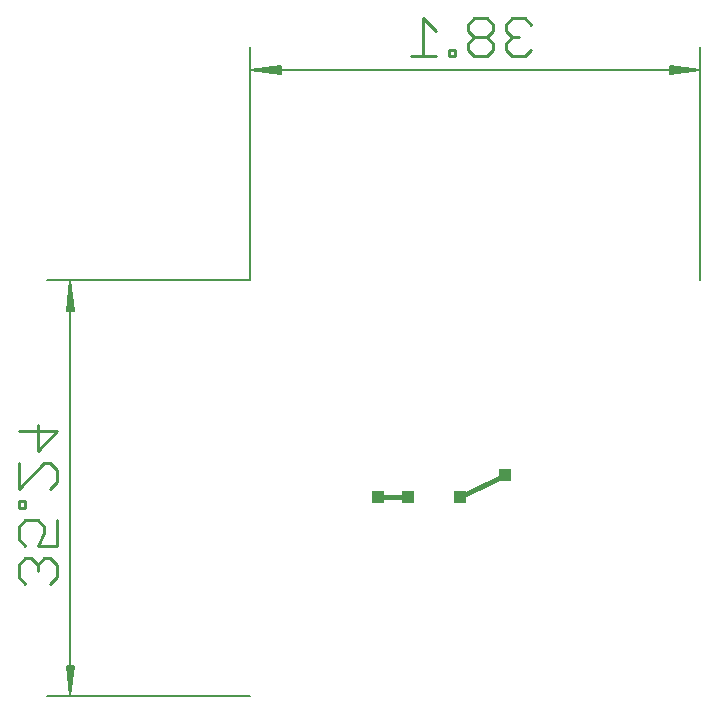
<source format=gbl>
G75*
G70*
%OFA0B0*%
%FSLAX24Y24*%
%IPPOS*%
%LPD*%
%AMOC8*
5,1,8,0,0,1.08239X$1,22.5*
%
%ADD10C,0.0051*%
%ADD11C,0.0110*%
%ADD12R,0.0396X0.0396*%
%ADD13C,0.0160*%
D10*
X001565Y000956D02*
X008333Y000956D01*
X002459Y001979D02*
X002333Y000956D01*
X002435Y001979D01*
X002459Y001979D02*
X002207Y001979D01*
X002333Y000956D01*
X002231Y001979D01*
X002282Y001979D02*
X002333Y000956D01*
X002384Y001979D01*
X002333Y000956D02*
X002333Y014831D01*
X002435Y013807D01*
X002459Y013807D02*
X002333Y014831D01*
X002231Y013807D01*
X002207Y013807D02*
X002459Y013807D01*
X002384Y013807D02*
X002333Y014831D01*
X002282Y013807D01*
X002207Y013807D02*
X002333Y014831D01*
X001565Y014831D02*
X008333Y014831D01*
X008333Y022599D01*
X008333Y021831D02*
X009357Y021729D01*
X009357Y021705D02*
X008333Y021831D01*
X009357Y021933D01*
X009357Y021957D02*
X009357Y021705D01*
X009357Y021780D02*
X008333Y021831D01*
X009357Y021882D01*
X009357Y021957D02*
X008333Y021831D01*
X023333Y021831D01*
X022309Y021729D01*
X022309Y021705D02*
X023333Y021831D01*
X022309Y021933D01*
X022309Y021957D02*
X022309Y021705D01*
X022309Y021780D02*
X023333Y021831D01*
X022309Y021882D01*
X022309Y021957D02*
X023333Y021831D01*
X023333Y022599D02*
X023333Y014831D01*
D11*
X017485Y022282D02*
X017062Y022282D01*
X016851Y022493D01*
X016851Y022705D01*
X017062Y022916D01*
X017274Y022916D01*
X017062Y022916D02*
X016851Y023128D01*
X016851Y023339D01*
X017062Y023551D01*
X017485Y023551D01*
X017697Y023339D01*
X017697Y022493D02*
X017485Y022282D01*
X016428Y022493D02*
X016428Y022705D01*
X016216Y022916D01*
X015793Y022916D01*
X015582Y022705D01*
X015582Y022493D01*
X015793Y022282D01*
X016216Y022282D01*
X016428Y022493D01*
X016216Y022916D02*
X016428Y023128D01*
X016428Y023339D01*
X016216Y023551D01*
X015793Y023551D01*
X015582Y023339D01*
X015582Y023128D01*
X015793Y022916D01*
X015159Y022493D02*
X015159Y022282D01*
X014948Y022282D01*
X014948Y022493D01*
X015159Y022493D01*
X014525Y022282D02*
X013679Y022282D01*
X014102Y022282D02*
X014102Y023551D01*
X014525Y023128D01*
X001249Y009993D02*
X001249Y009146D01*
X001883Y009781D01*
X000614Y009781D01*
X000614Y008724D02*
X000614Y007878D01*
X001460Y008724D01*
X001672Y008724D01*
X001883Y008512D01*
X001883Y008089D01*
X001672Y007878D01*
X000826Y007455D02*
X000826Y007243D01*
X000614Y007243D01*
X000614Y007455D01*
X000826Y007455D01*
X000826Y006821D02*
X000614Y006609D01*
X000614Y006186D01*
X000826Y005974D01*
X001249Y005974D02*
X001460Y006397D01*
X001460Y006609D01*
X001249Y006821D01*
X000826Y006821D01*
X001249Y005974D02*
X001883Y005974D01*
X001883Y006821D01*
X001672Y005552D02*
X001460Y005552D01*
X001249Y005340D01*
X001037Y005552D01*
X000826Y005552D01*
X000614Y005340D01*
X000614Y004917D01*
X000826Y004706D01*
X001249Y005129D02*
X001249Y005340D01*
X001672Y005552D02*
X001883Y005340D01*
X001883Y004917D01*
X001672Y004706D01*
D12*
X012583Y007581D03*
X013583Y007581D03*
X015333Y007581D03*
X016833Y008331D03*
D13*
X015333Y007581D01*
X013583Y007581D02*
X012583Y007581D01*
M02*

</source>
